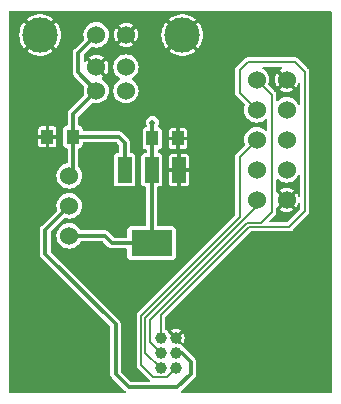
<source format=gtl>
%TF.GenerationSoftware,KiCad,Pcbnew,7.0.8*%
%TF.CreationDate,2023-12-28T22:14:51-05:00*%
%TF.ProjectId,petit-jtag,70657469-742d-46a7-9461-672e6b696361,1.0*%
%TF.SameCoordinates,PX8aadb58PY71d9820*%
%TF.FileFunction,Copper,L1,Top*%
%TF.FilePolarity,Positive*%
%FSLAX46Y46*%
G04 Gerber Fmt 4.6, Leading zero omitted, Abs format (unit mm)*
G04 Created by KiCad (PCBNEW 7.0.8) date 2023-12-28 22:14:51*
%MOMM*%
%LPD*%
G01*
G04 APERTURE LIST*
%TA.AperFunction,ComponentPad*%
%ADD10C,1.000000*%
%TD*%
%TA.AperFunction,ComponentPad*%
%ADD11C,1.524000*%
%TD*%
%TA.AperFunction,ComponentPad*%
%ADD12C,3.000000*%
%TD*%
%TA.AperFunction,SMDPad,CuDef*%
%ADD13R,1.016000X1.270000*%
%TD*%
%TA.AperFunction,SMDPad,CuDef*%
%ADD14R,1.200000X2.200000*%
%TD*%
%TA.AperFunction,SMDPad,CuDef*%
%ADD15R,3.500000X2.200000*%
%TD*%
%TA.AperFunction,ViaPad*%
%ADD16C,0.508000*%
%TD*%
%TA.AperFunction,Conductor*%
%ADD17C,0.304800*%
%TD*%
%TA.AperFunction,Conductor*%
%ADD18C,0.177800*%
%TD*%
G04 APERTURE END LIST*
D10*
%TO.P,CON101,1,TDO*%
%TO.N,/TDO*%
X13462000Y5334000D03*
%TO.P,CON101,2,GND*%
%TO.N,GND*%
X14732000Y5334000D03*
%TO.P,CON101,3,TCK*%
%TO.N,/TCK*%
X13462000Y4064000D03*
%TO.P,CON101,4,Vcc*%
%TO.N,VCC*%
X14732000Y4064000D03*
%TO.P,CON101,5,TDI*%
%TO.N,/TDI*%
X13462000Y2794000D03*
%TO.P,CON101,6,TMS*%
%TO.N,/TMS*%
X14732000Y2794000D03*
%TD*%
D11*
%TO.P,CON102,1,+5V*%
%TO.N,+5V*%
X8021000Y26270000D03*
%TO.P,CON102,2,D-*%
%TO.N,unconnected-(CON102-D--Pad2)*%
X10521000Y26270000D03*
%TO.P,CON102,3,D+*%
%TO.N,unconnected-(CON102-D+-Pad3)*%
X10521000Y28270000D03*
%TO.P,CON102,4,GND*%
%TO.N,GND*%
X8021000Y28270000D03*
D12*
%TO.P,CON102,5,CASE*%
X3251000Y30980000D03*
X15291000Y30980000D03*
%TD*%
D11*
%TO.P,CON104,1,1*%
%TO.N,+3V3*%
X5715000Y13970000D03*
%TO.P,CON104,2,2*%
%TO.N,VCC*%
X5715000Y16510000D03*
%TO.P,CON104,3,3*%
%TO.N,+5V*%
X5715000Y19050000D03*
%TD*%
D13*
%TO.P,C102,1*%
%TO.N,+3V3*%
X12763500Y22225000D03*
%TO.P,C102,2*%
%TO.N,GND*%
X14922500Y22225000D03*
%TD*%
D14*
%TO.P,U101,1,GND*%
%TO.N,GND*%
X15000000Y19558000D03*
D15*
%TO.P,U101,2,Vout*%
%TO.N,+3V3*%
X12700000Y13358000D03*
D14*
X12700000Y19558000D03*
%TO.P,U101,3,Vin*%
%TO.N,+5V*%
X10400000Y19558000D03*
%TD*%
D13*
%TO.P,C101,1*%
%TO.N,+5V*%
X6032500Y22352000D03*
%TO.P,C101,2*%
%TO.N,GND*%
X3873500Y22352000D03*
%TD*%
D11*
%TO.P,CON103,1,TCK*%
%TO.N,/TCK*%
X21590000Y27178000D03*
%TO.P,CON103,2,GND*%
%TO.N,GND*%
X24130000Y27178000D03*
%TO.P,CON103,3,TDO*%
%TO.N,/TDO*%
X21590000Y24638000D03*
%TO.P,CON103,4,Vcc*%
%TO.N,+3V3*%
X24130000Y24638000D03*
%TO.P,CON103,5,TMS*%
%TO.N,/TMS*%
X21590000Y22098000D03*
%TO.P,CON103,6,NC*%
%TO.N,unconnected-(CON103-NC-Pad6)*%
X24130000Y22098000D03*
%TO.P,CON103,7,NC*%
%TO.N,unconnected-(CON103-NC-Pad7)*%
X21590000Y19558000D03*
%TO.P,CON103,8,NC*%
%TO.N,unconnected-(CON103-NC-Pad8)*%
X24130000Y19558000D03*
%TO.P,CON103,9,TDI*%
%TO.N,/TDI*%
X21590000Y17018000D03*
%TO.P,CON103,10,GND*%
%TO.N,GND*%
X24130000Y17018000D03*
%TD*%
%TO.P,CON105,1,1*%
%TO.N,+5V*%
X8001000Y30988000D03*
%TO.P,CON105,2,2*%
%TO.N,GND*%
X10541000Y30988000D03*
%TD*%
D16*
%TO.N,GND*%
X8509000Y1981200D03*
X10795000Y3454400D03*
X16408400Y19583400D03*
%TO.N,+3V3*%
X12763500Y23558500D03*
%TD*%
D17*
%TO.N,+5V*%
X8021000Y26270000D02*
X6477000Y27814000D01*
X6477000Y27814000D02*
X6477000Y29464000D01*
X6032500Y22352000D02*
X9906000Y22352000D01*
X6477000Y29464000D02*
X8001000Y30988000D01*
X8021000Y26270000D02*
X6032500Y24281500D01*
X9906000Y22352000D02*
X10400000Y21858000D01*
X6032500Y19367500D02*
X5715000Y19050000D01*
X6032500Y22352000D02*
X6032500Y19367500D01*
X6032500Y24281500D02*
X6032500Y22352000D01*
X10400000Y21858000D02*
X10400000Y19558000D01*
%TO.N,GND*%
X16408400Y19558000D02*
X16433800Y19532600D01*
%TO.N,+3V3*%
X12700000Y13358000D02*
X9375000Y13358000D01*
X12763500Y23558500D02*
X12763500Y22225000D01*
X12763500Y22225000D02*
X12763500Y19621500D01*
X9375000Y13358000D02*
X8763000Y13970000D01*
X12700000Y19558000D02*
X12700000Y13358000D01*
X8763000Y13970000D02*
X5715000Y13970000D01*
X12763500Y19621500D02*
X12700000Y19558000D01*
D18*
%TO.N,/TDO*%
X13462000Y7289800D02*
X20904200Y14732000D01*
X20904200Y14732000D02*
X24333200Y14732000D01*
X21590000Y24638000D02*
X20142200Y26085800D01*
X13462000Y7289800D02*
X13462000Y5334000D01*
X20828000Y28676600D02*
X24815800Y28676600D01*
X25654000Y27838400D02*
X25654000Y16052800D01*
X24333200Y14732000D02*
X25654000Y16052800D01*
X24815800Y28676600D02*
X25654000Y27838400D01*
X20142200Y26085800D02*
X20142200Y27990800D01*
X20142200Y27990800D02*
X20828000Y28676600D01*
%TO.N,/TCK*%
X22860000Y25908000D02*
X21590000Y27178000D01*
X12522200Y6858000D02*
X20751800Y15087600D01*
X20751800Y15087600D02*
X21945600Y15087600D01*
X22860000Y16002000D02*
X22860000Y25908000D01*
X13462000Y4064000D02*
X12522200Y5003800D01*
X21945600Y15087600D02*
X22860000Y16002000D01*
X12522200Y5003800D02*
X12522200Y6858000D01*
D17*
%TO.N,VCC*%
X3683000Y12446000D02*
X3683000Y14478000D01*
X15240000Y4064000D02*
X16002000Y3302000D01*
X9652000Y6477000D02*
X3683000Y12446000D01*
X14884400Y1143000D02*
X10795000Y1143000D01*
X3683000Y14478000D02*
X5715000Y16510000D01*
X16002000Y3302000D02*
X16002000Y2260600D01*
X16002000Y2260600D02*
X14884400Y1143000D01*
X10795000Y1143000D02*
X9652000Y2286000D01*
X14732000Y4064000D02*
X15240000Y4064000D01*
X9652000Y2286000D02*
X9652000Y6477000D01*
D18*
%TO.N,/TDI*%
X12166600Y7035800D02*
X12166600Y4089400D01*
X21590000Y17018000D02*
X21590000Y16459200D01*
X12166600Y4089400D02*
X13462000Y2794000D01*
X21590000Y16459200D02*
X12166600Y7035800D01*
%TO.N,/TMS*%
X20167600Y15544800D02*
X11811000Y7188200D01*
X11811000Y3073400D02*
X12852011Y2032389D01*
X11811000Y7188200D02*
X11811000Y3073400D01*
X21590000Y22098000D02*
X20167600Y20675600D01*
X12852011Y2032389D02*
X13970389Y2032389D01*
X20167600Y20675600D02*
X20167600Y15544800D01*
X13970389Y2032389D02*
X14732000Y2794000D01*
%TD*%
%TA.AperFunction,Conductor*%
%TO.N,GND*%
G36*
X27908101Y32998935D02*
G01*
X27938165Y32946864D01*
X27939500Y32931600D01*
X27939500Y723400D01*
X27918935Y666899D01*
X27866864Y636835D01*
X27851600Y635500D01*
X15236395Y635500D01*
X15179894Y656065D01*
X15149830Y708136D01*
X15160271Y767350D01*
X15174236Y785552D01*
X15201994Y813309D01*
X15246286Y854405D01*
X15246287Y854406D01*
X15250395Y859557D01*
X15250589Y859403D01*
X15258830Y870146D01*
X16305720Y1917037D01*
X16309394Y1920319D01*
X16341308Y1945768D01*
X16375354Y1995706D01*
X16411230Y2044315D01*
X16414309Y2050140D01*
X16414529Y2050024D01*
X16416397Y2053726D01*
X16416172Y2053834D01*
X16419024Y2059759D01*
X16419031Y2059768D01*
X16436843Y2117515D01*
X16456800Y2174547D01*
X16456800Y2174552D01*
X16458026Y2181024D01*
X16458271Y2180978D01*
X16458965Y2185059D01*
X16458718Y2185096D01*
X16459700Y2191611D01*
X16459700Y2252052D01*
X16461959Y2312425D01*
X16461958Y2312430D01*
X16461222Y2318970D01*
X16461467Y2318998D01*
X16459700Y2332429D01*
X16459700Y3273824D01*
X16459977Y3278749D01*
X16464547Y3319307D01*
X16453311Y3378687D01*
X16444306Y3438433D01*
X16444305Y3438436D01*
X16442364Y3444729D01*
X16442601Y3444803D01*
X16441305Y3448740D01*
X16441070Y3448657D01*
X16438896Y3454868D01*
X16438895Y3454876D01*
X16410662Y3508295D01*
X16384441Y3562744D01*
X16384440Y3562745D01*
X16384440Y3562746D01*
X16380730Y3568188D01*
X16380933Y3568328D01*
X16378534Y3571710D01*
X16378335Y3571562D01*
X16374422Y3576864D01*
X16331704Y3619581D01*
X16290595Y3663886D01*
X16290592Y3663888D01*
X16285445Y3667993D01*
X16285599Y3668187D01*
X16274851Y3676434D01*
X15583564Y4367721D01*
X15580281Y4371395D01*
X15554832Y4403308D01*
X15548365Y4407717D01*
X15504894Y4437355D01*
X15456283Y4473232D01*
X15450461Y4476309D01*
X15450575Y4476526D01*
X15446865Y4478400D01*
X15446758Y4478177D01*
X15435262Y4483714D01*
X15398978Y4516142D01*
X15365595Y4569271D01*
X15365594Y4569272D01*
X15365593Y4569274D01*
X15237274Y4697593D01*
X15083618Y4794142D01*
X15083617Y4794143D01*
X15083616Y4794143D01*
X15083614Y4794144D01*
X15060582Y4802203D01*
X15027459Y4823015D01*
X14829326Y5021148D01*
X14844871Y5023888D01*
X14944129Y5081195D01*
X15017801Y5168993D01*
X15043079Y5238448D01*
X15362036Y4919491D01*
X15415629Y5004784D01*
X15415630Y5004786D01*
X15471746Y5165157D01*
X15471748Y5165163D01*
X15490771Y5333998D01*
X15490771Y5334003D01*
X15471748Y5502838D01*
X15471746Y5502844D01*
X15415630Y5663215D01*
X15415627Y5663221D01*
X15362036Y5748512D01*
X15043079Y5429555D01*
X15017801Y5499007D01*
X14944129Y5586805D01*
X14844871Y5644112D01*
X14829324Y5646854D01*
X15146509Y5964038D01*
X15061220Y6017628D01*
X15061214Y6017631D01*
X14900843Y6073747D01*
X14900837Y6073749D01*
X14732002Y6092771D01*
X14731998Y6092771D01*
X14563162Y6073749D01*
X14563156Y6073747D01*
X14402784Y6017631D01*
X14317489Y5964038D01*
X14634674Y5646853D01*
X14619129Y5644112D01*
X14519871Y5586805D01*
X14446199Y5499007D01*
X14420920Y5429554D01*
X14221014Y5629460D01*
X14200203Y5662581D01*
X14192142Y5685618D01*
X14095593Y5839274D01*
X13967274Y5967593D01*
X13967271Y5967595D01*
X13967270Y5967596D01*
X13897334Y6011540D01*
X13860435Y6059013D01*
X13856200Y6085967D01*
X13856200Y7090107D01*
X13876765Y7146608D01*
X13881945Y7152262D01*
X21041738Y14312055D01*
X21096232Y14337466D01*
X21103893Y14337800D01*
X24395634Y14337800D01*
X24395635Y14337800D01*
X24418929Y14345370D01*
X24432338Y14348589D01*
X24456533Y14352420D01*
X24478359Y14363542D01*
X24491097Y14368818D01*
X24514394Y14376387D01*
X24534215Y14390789D01*
X24545961Y14397987D01*
X24567793Y14409110D01*
X24656090Y14497407D01*
X25285217Y15126534D01*
X25954680Y15795996D01*
X25965785Y15807103D01*
X25976890Y15818207D01*
X25988011Y15840033D01*
X25995219Y15851795D01*
X26009613Y15871606D01*
X26017185Y15894913D01*
X26022454Y15907634D01*
X26033580Y15929467D01*
X26037412Y15953672D01*
X26040626Y15967059D01*
X26048200Y15990364D01*
X26048200Y16115235D01*
X26048200Y27869426D01*
X26048200Y27900835D01*
X26040630Y27924133D01*
X26037411Y27937543D01*
X26033580Y27961732D01*
X26033580Y27961733D01*
X26022457Y27983563D01*
X26017180Y27996304D01*
X26016938Y27997048D01*
X26009613Y28019594D01*
X25995214Y28039413D01*
X25988012Y28051166D01*
X25985141Y28056799D01*
X25976890Y28072993D01*
X25888593Y28161290D01*
X25564355Y28485528D01*
X25072604Y28977280D01*
X25050392Y28999491D01*
X25040346Y29004610D01*
X25028565Y29010613D01*
X25016814Y29017814D01*
X24996994Y29032213D01*
X24996991Y29032214D01*
X24973693Y29039785D01*
X24960958Y29045060D01*
X24939134Y29056180D01*
X24935507Y29056755D01*
X24914926Y29060015D01*
X24901535Y29063230D01*
X24878235Y29070800D01*
X24846826Y29070800D01*
X20890436Y29070800D01*
X20765565Y29070800D01*
X20765561Y29070800D01*
X20742264Y29063231D01*
X20728860Y29060013D01*
X20704666Y29056181D01*
X20704665Y29056180D01*
X20682838Y29045059D01*
X20670100Y29039783D01*
X20646806Y29032214D01*
X20626986Y29017815D01*
X20615234Y29010613D01*
X20593406Y28999490D01*
X19819310Y28225394D01*
X19808187Y28203566D01*
X19800985Y28191814D01*
X19786586Y28171994D01*
X19779017Y28148700D01*
X19773741Y28135962D01*
X19762620Y28114135D01*
X19762619Y28114134D01*
X19758787Y28089940D01*
X19755569Y28076536D01*
X19748000Y28053239D01*
X19748000Y28053235D01*
X19748000Y28021826D01*
X19748000Y26148235D01*
X19748000Y26023365D01*
X19755570Y26000065D01*
X19758785Y25986674D01*
X19761358Y25970436D01*
X19762620Y25962466D01*
X19773740Y25940642D01*
X19779015Y25927907D01*
X19784544Y25910894D01*
X19786587Y25904607D01*
X19786587Y25904605D01*
X19800986Y25884786D01*
X19808187Y25873035D01*
X19819309Y25851209D01*
X19819309Y25851208D01*
X19841520Y25828996D01*
X20567255Y25103262D01*
X20592666Y25048768D01*
X20589215Y25015591D01*
X20538144Y24847234D01*
X20538143Y24847229D01*
X20538143Y24847227D01*
X20517536Y24638000D01*
X20532157Y24489546D01*
X20538144Y24428767D01*
X20599170Y24227591D01*
X20599170Y24227590D01*
X20599171Y24227587D01*
X20599172Y24227586D01*
X20698279Y24042171D01*
X20831653Y23879653D01*
X20994171Y23746279D01*
X21179586Y23647172D01*
X21380773Y23586143D01*
X21590000Y23565536D01*
X21799227Y23586143D01*
X22000414Y23647172D01*
X22185829Y23746279D01*
X22322138Y23858145D01*
X22378859Y23878091D01*
X22435132Y23856911D01*
X22464626Y23804514D01*
X22465800Y23790196D01*
X22465800Y22945805D01*
X22445235Y22889304D01*
X22393164Y22859240D01*
X22333950Y22869681D01*
X22322137Y22877857D01*
X22185829Y22989721D01*
X22100136Y23035525D01*
X22000414Y23088828D01*
X22000413Y23088829D01*
X22000410Y23088830D01*
X21799233Y23149856D01*
X21799228Y23149857D01*
X21799227Y23149857D01*
X21590000Y23170464D01*
X21380773Y23149857D01*
X21380771Y23149857D01*
X21380766Y23149856D01*
X21179590Y23088830D01*
X21179589Y23088830D01*
X20994170Y22989721D01*
X20831655Y22856349D01*
X20831651Y22856345D01*
X20698279Y22693830D01*
X20599170Y22508411D01*
X20599170Y22508410D01*
X20538144Y22307234D01*
X20538143Y22307229D01*
X20538143Y22307227D01*
X20517536Y22098000D01*
X20537730Y21892965D01*
X20538144Y21888767D01*
X20589214Y21720410D01*
X20585936Y21660372D01*
X20567254Y21632739D01*
X19933007Y20998490D01*
X19844710Y20910194D01*
X19833587Y20888366D01*
X19826385Y20876614D01*
X19811986Y20856794D01*
X19804417Y20833500D01*
X19799141Y20820762D01*
X19788020Y20798935D01*
X19788019Y20798934D01*
X19784187Y20774740D01*
X19780969Y20761336D01*
X19773400Y20738039D01*
X19773400Y15744493D01*
X19752835Y15687992D01*
X19747655Y15682338D01*
X11488110Y7422794D01*
X11476987Y7400966D01*
X11469785Y7389214D01*
X11455386Y7369394D01*
X11447817Y7346100D01*
X11442541Y7333362D01*
X11431420Y7311535D01*
X11431419Y7311534D01*
X11427587Y7287340D01*
X11424369Y7273936D01*
X11416800Y7250639D01*
X11416800Y7250635D01*
X11416800Y7219226D01*
X11416800Y3135835D01*
X11416800Y3010965D01*
X11424370Y2987665D01*
X11427585Y2974274D01*
X11427942Y2972025D01*
X11431420Y2950066D01*
X11442540Y2928242D01*
X11447815Y2915507D01*
X11449228Y2911161D01*
X11455387Y2892207D01*
X11455387Y2892205D01*
X11469786Y2872386D01*
X11476987Y2860635D01*
X11488109Y2838809D01*
X11488109Y2838808D01*
X11510320Y2816596D01*
X12529120Y1797796D01*
X12576162Y1750755D01*
X12601573Y1696262D01*
X12586012Y1638183D01*
X12536759Y1603695D01*
X12514008Y1600700D01*
X11020996Y1600700D01*
X10964495Y1621265D01*
X10958841Y1626445D01*
X10135445Y2449841D01*
X10110034Y2504335D01*
X10109700Y2511996D01*
X10109700Y6448824D01*
X10109977Y6453749D01*
X10114547Y6494307D01*
X10103311Y6553687D01*
X10094306Y6613433D01*
X10094305Y6613436D01*
X10092364Y6619729D01*
X10092601Y6619803D01*
X10091305Y6623740D01*
X10091070Y6623657D01*
X10088896Y6629868D01*
X10088895Y6629876D01*
X10060662Y6683295D01*
X10034441Y6737744D01*
X10034440Y6737745D01*
X10034440Y6737746D01*
X10030730Y6743188D01*
X10030933Y6743328D01*
X10028534Y6746710D01*
X10028335Y6746562D01*
X10024422Y6751864D01*
X9981704Y6794581D01*
X9940595Y6838886D01*
X9940592Y6838888D01*
X9935445Y6842993D01*
X9935599Y6843187D01*
X9924851Y6851434D01*
X4166445Y12609840D01*
X4141034Y12664334D01*
X4140700Y12671995D01*
X4140700Y13970000D01*
X4642536Y13970000D01*
X4663144Y13760767D01*
X4724170Y13559591D01*
X4724170Y13559590D01*
X4724171Y13559587D01*
X4724172Y13559586D01*
X4823279Y13374171D01*
X4956653Y13211653D01*
X5119171Y13078279D01*
X5304586Y12979172D01*
X5304588Y12979172D01*
X5304589Y12979171D01*
X5489230Y12923161D01*
X5505773Y12918143D01*
X5715000Y12897536D01*
X5924227Y12918143D01*
X6125414Y12979172D01*
X6310829Y13078279D01*
X6473347Y13211653D01*
X6606721Y13374171D01*
X6655717Y13465837D01*
X6700488Y13505971D01*
X6733238Y13512300D01*
X8537004Y13512300D01*
X8593505Y13491735D01*
X8599159Y13486555D01*
X9031435Y13054280D01*
X9034719Y13050605D01*
X9060168Y13018692D01*
X9110105Y12984646D01*
X9158715Y12948770D01*
X9158720Y12948769D01*
X9164543Y12945690D01*
X9164426Y12945470D01*
X9168124Y12943604D01*
X9168233Y12943828D01*
X9174163Y12940973D01*
X9174168Y12940969D01*
X9231900Y12923161D01*
X9288947Y12903199D01*
X9288948Y12903199D01*
X9295425Y12901973D01*
X9295378Y12901728D01*
X9299458Y12901035D01*
X9299496Y12901282D01*
X9306011Y12900300D01*
X9366425Y12900300D01*
X9426825Y12898040D01*
X9426828Y12898042D01*
X9426830Y12898041D01*
X9433372Y12898777D01*
X9433399Y12898532D01*
X9446833Y12900300D01*
X10556801Y12900300D01*
X10613302Y12879735D01*
X10643366Y12827664D01*
X10644701Y12812400D01*
X10644701Y12212422D01*
X10647662Y12186891D01*
X10647662Y12186890D01*
X10647663Y12186888D01*
X10693042Y12084114D01*
X10693766Y12082475D01*
X10774475Y12001766D01*
X10878891Y11955662D01*
X10904421Y11952700D01*
X14495578Y11952701D01*
X14521109Y11955662D01*
X14625525Y12001766D01*
X14706234Y12082475D01*
X14752338Y12186891D01*
X14755300Y12212421D01*
X14755299Y14503578D01*
X14752338Y14529109D01*
X14706234Y14633525D01*
X14625525Y14714234D01*
X14593562Y14728347D01*
X14521110Y14760338D01*
X14521107Y14760339D01*
X14495590Y14763299D01*
X14495585Y14763300D01*
X14495579Y14763300D01*
X14495572Y14763300D01*
X13245600Y14763300D01*
X13189099Y14783865D01*
X13159035Y14835936D01*
X13157700Y14851200D01*
X13157700Y18064801D01*
X13178265Y18121302D01*
X13230336Y18151366D01*
X13245600Y18152701D01*
X13345575Y18152701D01*
X13345578Y18152701D01*
X13371109Y18155662D01*
X13475525Y18201766D01*
X13556234Y18282475D01*
X13602338Y18386891D01*
X13605300Y18412421D01*
X13605300Y18432982D01*
X14146001Y18432982D01*
X14160737Y18358894D01*
X14216875Y18274878D01*
X14216877Y18274876D01*
X14300894Y18218738D01*
X14374981Y18204001D01*
X14847600Y18204001D01*
X14847600Y18204002D01*
X15152400Y18204002D01*
X15152401Y18204001D01*
X15625018Y18204001D01*
X15699106Y18218738D01*
X15783122Y18274876D01*
X15783124Y18274878D01*
X15839262Y18358895D01*
X15854000Y18432985D01*
X15854000Y19405599D01*
X15853999Y19405600D01*
X15152401Y19405600D01*
X15152400Y19405599D01*
X15152400Y18204002D01*
X14847600Y18204002D01*
X14847600Y19405599D01*
X14847599Y19405600D01*
X14146002Y19405600D01*
X14146001Y19405599D01*
X14146001Y18432982D01*
X13605300Y18432982D01*
X13605299Y19710401D01*
X14146000Y19710401D01*
X14146001Y19710400D01*
X14847599Y19710400D01*
X14847600Y19710401D01*
X15152400Y19710401D01*
X15152401Y19710400D01*
X15853998Y19710400D01*
X15853999Y19710401D01*
X15853999Y20683019D01*
X15839262Y20757107D01*
X15783124Y20841123D01*
X15783122Y20841125D01*
X15699105Y20897263D01*
X15625015Y20912000D01*
X15152401Y20912000D01*
X15152400Y20911999D01*
X15152400Y19710401D01*
X14847600Y19710401D01*
X14847600Y20911999D01*
X14847599Y20912000D01*
X14374981Y20912000D01*
X14300893Y20897263D01*
X14216877Y20841125D01*
X14216875Y20841123D01*
X14160737Y20757106D01*
X14146000Y20683016D01*
X14146000Y19710401D01*
X13605299Y19710401D01*
X13605299Y20703578D01*
X13602338Y20729109D01*
X13556234Y20833525D01*
X13475525Y20914234D01*
X13475523Y20914235D01*
X13371110Y20960338D01*
X13371107Y20960339D01*
X13345590Y20963299D01*
X13345585Y20963300D01*
X13345579Y20963300D01*
X13345572Y20963300D01*
X13309100Y20963300D01*
X13252599Y20983865D01*
X13222535Y21035936D01*
X13221200Y21051200D01*
X13221200Y21196801D01*
X13241765Y21253302D01*
X13293836Y21283366D01*
X13309100Y21284701D01*
X13317075Y21284701D01*
X13317078Y21284701D01*
X13342609Y21287662D01*
X13447025Y21333766D01*
X13527734Y21414475D01*
X13573838Y21518891D01*
X13576800Y21544421D01*
X13576800Y21564982D01*
X14160501Y21564982D01*
X14175237Y21490894D01*
X14231375Y21406878D01*
X14231377Y21406876D01*
X14315394Y21350738D01*
X14389481Y21336001D01*
X14770100Y21336001D01*
X14770100Y21336002D01*
X15074900Y21336002D01*
X15074901Y21336001D01*
X15455518Y21336001D01*
X15529606Y21350738D01*
X15613622Y21406876D01*
X15613624Y21406878D01*
X15669762Y21490895D01*
X15684500Y21564985D01*
X15684500Y22072599D01*
X15684499Y22072600D01*
X15074901Y22072600D01*
X15074900Y22072599D01*
X15074900Y21336002D01*
X14770100Y21336002D01*
X14770100Y22072599D01*
X14770099Y22072600D01*
X14160502Y22072600D01*
X14160501Y22072599D01*
X14160501Y21564982D01*
X13576800Y21564982D01*
X13576799Y22377401D01*
X14160500Y22377401D01*
X14160501Y22377400D01*
X14770099Y22377400D01*
X14770100Y22377401D01*
X15074900Y22377401D01*
X15074901Y22377400D01*
X15684498Y22377400D01*
X15684499Y22377401D01*
X15684499Y22885019D01*
X15669762Y22959107D01*
X15613624Y23043123D01*
X15613622Y23043125D01*
X15529605Y23099263D01*
X15455515Y23114000D01*
X15074901Y23114000D01*
X15074900Y23113999D01*
X15074900Y22377401D01*
X14770100Y22377401D01*
X14770100Y23113999D01*
X14770099Y23114000D01*
X14389481Y23114000D01*
X14315393Y23099263D01*
X14231377Y23043125D01*
X14231375Y23043123D01*
X14175237Y22959106D01*
X14160500Y22885016D01*
X14160500Y22377401D01*
X13576799Y22377401D01*
X13576799Y22905578D01*
X13573838Y22931109D01*
X13527734Y23035525D01*
X13447025Y23116234D01*
X13342609Y23162338D01*
X13340997Y23162525D01*
X13326725Y23164181D01*
X13272971Y23191121D01*
X13249110Y23246311D01*
X13255646Y23285129D01*
X13308404Y23412493D01*
X13327626Y23558500D01*
X13308404Y23704507D01*
X13252047Y23840563D01*
X13252045Y23840566D01*
X13252042Y23840571D01*
X13162402Y23957391D01*
X13162400Y23957393D01*
X13162397Y23957397D01*
X13162392Y23957401D01*
X13162390Y23957403D01*
X13045570Y24047043D01*
X13045563Y24047047D01*
X12909507Y24103404D01*
X12763500Y24122626D01*
X12617492Y24103404D01*
X12481436Y24047047D01*
X12481429Y24047043D01*
X12364609Y23957403D01*
X12364597Y23957391D01*
X12274957Y23840571D01*
X12274953Y23840564D01*
X12218596Y23704508D01*
X12199374Y23558501D01*
X12199374Y23558500D01*
X12218596Y23412493D01*
X12271351Y23285133D01*
X12273974Y23225063D01*
X12237371Y23177361D01*
X12200271Y23164181D01*
X12184398Y23162340D01*
X12184387Y23162337D01*
X12079976Y23116235D01*
X11999265Y23035524D01*
X11953162Y22931111D01*
X11953161Y22931108D01*
X11950201Y22905591D01*
X11950200Y22905572D01*
X11950200Y21544426D01*
X11951424Y21533878D01*
X11953162Y21518891D01*
X11953162Y21518890D01*
X11953163Y21518888D01*
X11999183Y21414663D01*
X11999266Y21414475D01*
X12079975Y21333766D01*
X12184391Y21287662D01*
X12209921Y21284700D01*
X12217894Y21284701D01*
X12274395Y21264142D01*
X12304463Y21212073D01*
X12305800Y21196801D01*
X12305800Y21051200D01*
X12285235Y20994699D01*
X12233164Y20964635D01*
X12217901Y20963300D01*
X12054424Y20963300D01*
X12028892Y20960339D01*
X12028887Y20960337D01*
X11924476Y20914235D01*
X11843765Y20833524D01*
X11797662Y20729111D01*
X11797661Y20729108D01*
X11794701Y20703591D01*
X11794700Y20703572D01*
X11794700Y18412426D01*
X11794701Y18412421D01*
X11797662Y18386891D01*
X11797662Y18386890D01*
X11797663Y18386888D01*
X11839714Y18291652D01*
X11843766Y18282475D01*
X11924475Y18201766D01*
X12028891Y18155662D01*
X12054421Y18152700D01*
X12154400Y18152701D01*
X12210900Y18132137D01*
X12240964Y18080066D01*
X12242300Y18064801D01*
X12242300Y14851200D01*
X12221735Y14794699D01*
X12169664Y14764635D01*
X12154400Y14763300D01*
X10904425Y14763300D01*
X10882747Y14760786D01*
X10878891Y14760338D01*
X10878890Y14760338D01*
X10878887Y14760337D01*
X10774476Y14714235D01*
X10693765Y14633524D01*
X10647662Y14529111D01*
X10647661Y14529108D01*
X10644701Y14503591D01*
X10644700Y14503572D01*
X10644700Y13903600D01*
X10624135Y13847099D01*
X10572064Y13817035D01*
X10556800Y13815700D01*
X9600995Y13815700D01*
X9544494Y13836265D01*
X9538840Y13841445D01*
X9106564Y14273721D01*
X9103281Y14277395D01*
X9077832Y14309308D01*
X9027894Y14343355D01*
X8979283Y14379232D01*
X8973461Y14382309D01*
X8973575Y14382526D01*
X8969868Y14384398D01*
X8969762Y14384175D01*
X8963830Y14387032D01*
X8906085Y14404844D01*
X8849052Y14424801D01*
X8842583Y14426025D01*
X8842628Y14426266D01*
X8838535Y14426962D01*
X8838499Y14426719D01*
X8831990Y14427700D01*
X8831987Y14427700D01*
X8771563Y14427700D01*
X8711175Y14429960D01*
X8711174Y14429960D01*
X8711168Y14429960D01*
X8704628Y14429223D01*
X8704600Y14429469D01*
X8691167Y14427700D01*
X6733238Y14427700D01*
X6676737Y14448265D01*
X6655717Y14474164D01*
X6649089Y14486564D01*
X6606721Y14565829D01*
X6473347Y14728347D01*
X6310829Y14861721D01*
X6125414Y14960828D01*
X6125413Y14960829D01*
X6125410Y14960830D01*
X5924233Y15021856D01*
X5924228Y15021857D01*
X5924227Y15021857D01*
X5715000Y15042464D01*
X5505773Y15021857D01*
X5505771Y15021857D01*
X5505766Y15021856D01*
X5304590Y14960830D01*
X5304589Y14960830D01*
X5119170Y14861721D01*
X4956655Y14728349D01*
X4956651Y14728345D01*
X4823279Y14565830D01*
X4724170Y14380411D01*
X4724170Y14380410D01*
X4663144Y14179234D01*
X4642536Y13970000D01*
X4140700Y13970000D01*
X4140700Y14252006D01*
X4161265Y14308507D01*
X4166434Y14314150D01*
X5318639Y15466356D01*
X5373132Y15491766D01*
X5406309Y15488315D01*
X5505766Y15458145D01*
X5505773Y15458143D01*
X5715000Y15437536D01*
X5924227Y15458143D01*
X6125414Y15519172D01*
X6310829Y15618279D01*
X6473347Y15751653D01*
X6606721Y15914171D01*
X6705828Y16099586D01*
X6766857Y16300773D01*
X6787464Y16510000D01*
X6766857Y16719227D01*
X6705828Y16920414D01*
X6606721Y17105829D01*
X6473347Y17268347D01*
X6310829Y17401721D01*
X6125414Y17500828D01*
X6125413Y17500829D01*
X6125410Y17500830D01*
X5924233Y17561856D01*
X5924228Y17561857D01*
X5924227Y17561857D01*
X5715000Y17582464D01*
X5505773Y17561857D01*
X5505771Y17561857D01*
X5505766Y17561856D01*
X5304590Y17500830D01*
X5304589Y17500830D01*
X5119170Y17401721D01*
X4956655Y17268349D01*
X4956651Y17268345D01*
X4823279Y17105830D01*
X4724170Y16920411D01*
X4724170Y16920410D01*
X4663144Y16719234D01*
X4663143Y16719229D01*
X4663143Y16719227D01*
X4642536Y16510000D01*
X4660762Y16324944D01*
X4663144Y16300767D01*
X4693314Y16201312D01*
X4690036Y16141275D01*
X4671354Y16113641D01*
X3379279Y14821568D01*
X3375603Y14818282D01*
X3343695Y14792836D01*
X3343689Y14792829D01*
X3309645Y14742895D01*
X3273768Y14694284D01*
X3270692Y14688463D01*
X3270476Y14688578D01*
X3268604Y14684871D01*
X3268825Y14684764D01*
X3265970Y14678836D01*
X3248156Y14621086D01*
X3228199Y14564055D01*
X3226975Y14557583D01*
X3226734Y14557629D01*
X3226039Y14553539D01*
X3226281Y14553502D01*
X3225300Y14546990D01*
X3225300Y14546987D01*
X3225300Y14486564D01*
X3223044Y14426266D01*
X3223040Y14426169D01*
X3223777Y14419628D01*
X3223531Y14419601D01*
X3225300Y14406168D01*
X3225300Y12474177D01*
X3225023Y12469252D01*
X3220453Y12428693D01*
X3231688Y12369314D01*
X3240693Y12309571D01*
X3242636Y12303274D01*
X3242398Y12303201D01*
X3243695Y12299260D01*
X3243929Y12299341D01*
X3246104Y12293125D01*
X3246105Y12293124D01*
X3274339Y12239701D01*
X3300560Y12185253D01*
X3304270Y12179812D01*
X3304067Y12179674D01*
X3306467Y12176292D01*
X3306665Y12176437D01*
X3310573Y12171142D01*
X3310574Y12171141D01*
X3310576Y12171138D01*
X3353308Y12128406D01*
X3394407Y12084112D01*
X3399557Y12080005D01*
X3399401Y12079811D01*
X3410146Y12071568D01*
X9168555Y6313160D01*
X9193966Y6258666D01*
X9194300Y6251005D01*
X9194300Y2314177D01*
X9194023Y2309252D01*
X9189453Y2268693D01*
X9192602Y2252052D01*
X9200688Y2209314D01*
X9209693Y2149571D01*
X9211636Y2143274D01*
X9211398Y2143201D01*
X9212695Y2139260D01*
X9212929Y2139341D01*
X9215104Y2133125D01*
X9215105Y2133124D01*
X9243339Y2079701D01*
X9255796Y2053834D01*
X9269560Y2025253D01*
X9273270Y2019812D01*
X9273067Y2019674D01*
X9275467Y2016292D01*
X9275665Y2016437D01*
X9279573Y2011142D01*
X9279574Y2011141D01*
X9279576Y2011138D01*
X9305446Y1985268D01*
X9322308Y1968406D01*
X9363407Y1924112D01*
X9368557Y1920005D01*
X9368401Y1919811D01*
X9379146Y1911568D01*
X10451435Y839280D01*
X10454722Y835601D01*
X10480168Y803692D01*
X10491411Y796027D01*
X10526510Y747208D01*
X10522018Y687249D01*
X10480035Y644205D01*
X10441896Y635500D01*
X723400Y635500D01*
X666899Y656065D01*
X636835Y708136D01*
X635500Y723400D01*
X635500Y19050000D01*
X4642536Y19050000D01*
X4651505Y18958932D01*
X4663144Y18840767D01*
X4724170Y18639591D01*
X4724170Y18639590D01*
X4724171Y18639587D01*
X4724172Y18639586D01*
X4823279Y18454171D01*
X4956653Y18291653D01*
X5119171Y18158279D01*
X5304586Y18059172D01*
X5304588Y18059172D01*
X5304589Y18059171D01*
X5436033Y18019298D01*
X5505773Y17998143D01*
X5715000Y17977536D01*
X5924227Y17998143D01*
X6125414Y18059172D01*
X6310829Y18158279D01*
X6473347Y18291653D01*
X6606721Y18454171D01*
X6705828Y18639586D01*
X6766857Y18840773D01*
X6787464Y19050000D01*
X6766857Y19259227D01*
X6705828Y19460414D01*
X6606721Y19645829D01*
X6606718Y19645833D01*
X6510152Y19763502D01*
X6490200Y19819264D01*
X6490200Y21323801D01*
X6510765Y21380302D01*
X6562836Y21410366D01*
X6578100Y21411701D01*
X6586075Y21411701D01*
X6586078Y21411701D01*
X6611609Y21414662D01*
X6716025Y21460766D01*
X6796734Y21541475D01*
X6842838Y21645891D01*
X6845800Y21671421D01*
X6845800Y21806400D01*
X6866365Y21862901D01*
X6918436Y21892965D01*
X6933700Y21894300D01*
X9680004Y21894300D01*
X9736505Y21873735D01*
X9742159Y21868555D01*
X9916555Y21694159D01*
X9941966Y21639665D01*
X9942300Y21632004D01*
X9942300Y21051200D01*
X9921735Y20994699D01*
X9869664Y20964635D01*
X9854401Y20963300D01*
X9754424Y20963300D01*
X9728892Y20960339D01*
X9728887Y20960337D01*
X9624476Y20914235D01*
X9543765Y20833524D01*
X9497662Y20729111D01*
X9497661Y20729108D01*
X9494701Y20703591D01*
X9494700Y20703572D01*
X9494700Y18412426D01*
X9494701Y18412421D01*
X9497662Y18386891D01*
X9497662Y18386890D01*
X9497663Y18386888D01*
X9539714Y18291652D01*
X9543766Y18282475D01*
X9624475Y18201766D01*
X9728891Y18155662D01*
X9754421Y18152700D01*
X11045578Y18152701D01*
X11071109Y18155662D01*
X11175525Y18201766D01*
X11256234Y18282475D01*
X11302338Y18386891D01*
X11305300Y18412421D01*
X11305299Y20703578D01*
X11302338Y20729109D01*
X11256234Y20833525D01*
X11175525Y20914234D01*
X11175523Y20914235D01*
X11071110Y20960338D01*
X11071107Y20960339D01*
X11045590Y20963299D01*
X11045585Y20963300D01*
X11045579Y20963300D01*
X11045572Y20963300D01*
X10945600Y20963300D01*
X10889099Y20983865D01*
X10859035Y21035936D01*
X10857700Y21051200D01*
X10857700Y21829830D01*
X10857977Y21834756D01*
X10862546Y21875307D01*
X10851313Y21934671D01*
X10851313Y21934672D01*
X10842306Y21994433D01*
X10842304Y21994436D01*
X10840364Y22000729D01*
X10840601Y22000803D01*
X10839304Y22004744D01*
X10839069Y22004661D01*
X10836896Y22010870D01*
X10836895Y22010876D01*
X10808660Y22064300D01*
X10782441Y22118744D01*
X10782438Y22118747D01*
X10782438Y22118748D01*
X10778730Y22124188D01*
X10778935Y22124328D01*
X10776533Y22127713D01*
X10776333Y22127565D01*
X10772421Y22132866D01*
X10729692Y22175594D01*
X10688595Y22219886D01*
X10688591Y22219889D01*
X10683447Y22223991D01*
X10683601Y22224185D01*
X10672853Y22232433D01*
X10249563Y22655722D01*
X10246288Y22659387D01*
X10220832Y22691308D01*
X10217134Y22693829D01*
X10170894Y22725355D01*
X10122283Y22761232D01*
X10116461Y22764309D01*
X10116575Y22764526D01*
X10112868Y22766398D01*
X10112762Y22766175D01*
X10106830Y22769032D01*
X10049085Y22786844D01*
X9992052Y22806801D01*
X9985583Y22808025D01*
X9985628Y22808266D01*
X9981535Y22808962D01*
X9981499Y22808719D01*
X9974990Y22809700D01*
X9974987Y22809700D01*
X9914563Y22809700D01*
X9854175Y22811960D01*
X9854174Y22811960D01*
X9854168Y22811960D01*
X9847628Y22811223D01*
X9847600Y22811469D01*
X9834167Y22809700D01*
X6933699Y22809700D01*
X6877198Y22830265D01*
X6847134Y22882336D01*
X6845799Y22897600D01*
X6845799Y23032575D01*
X6845457Y23035525D01*
X6842838Y23058109D01*
X6796734Y23162525D01*
X6716025Y23243234D01*
X6716023Y23243235D01*
X6611610Y23289338D01*
X6611607Y23289339D01*
X6586090Y23292299D01*
X6586085Y23292300D01*
X6586079Y23292300D01*
X6586072Y23292300D01*
X6578100Y23292300D01*
X6521599Y23312865D01*
X6491535Y23364936D01*
X6490200Y23380200D01*
X6490200Y24055506D01*
X6510765Y24112007D01*
X6515934Y24117650D01*
X7624639Y25226356D01*
X7679132Y25251766D01*
X7712309Y25248315D01*
X7811766Y25218145D01*
X7811773Y25218143D01*
X8021000Y25197536D01*
X8230227Y25218143D01*
X8431414Y25279172D01*
X8616829Y25378279D01*
X8779347Y25511653D01*
X8912721Y25674171D01*
X9011828Y25859586D01*
X9072857Y26060773D01*
X9093464Y26270000D01*
X9448536Y26270000D01*
X9466344Y26089190D01*
X9469144Y26060767D01*
X9530170Y25859591D01*
X9530170Y25859590D01*
X9530171Y25859587D01*
X9530172Y25859586D01*
X9629279Y25674171D01*
X9762653Y25511653D01*
X9925171Y25378279D01*
X10110586Y25279172D01*
X10110588Y25279172D01*
X10110589Y25279171D01*
X10260062Y25233829D01*
X10311773Y25218143D01*
X10521000Y25197536D01*
X10730227Y25218143D01*
X10931414Y25279172D01*
X11116829Y25378279D01*
X11279347Y25511653D01*
X11412721Y25674171D01*
X11511828Y25859586D01*
X11572857Y26060773D01*
X11593464Y26270000D01*
X11572857Y26479227D01*
X11511828Y26680414D01*
X11412721Y26865829D01*
X11279347Y27028347D01*
X11116829Y27161721D01*
X11059282Y27192481D01*
X11019149Y27237250D01*
X11017182Y27297345D01*
X11054303Y27344645D01*
X11059269Y27347513D01*
X11116829Y27378279D01*
X11279347Y27511653D01*
X11412721Y27674171D01*
X11511828Y27859586D01*
X11572857Y28060773D01*
X11593464Y28270000D01*
X11572857Y28479227D01*
X11511828Y28680414D01*
X11412721Y28865829D01*
X11279347Y29028347D01*
X11116829Y29161721D01*
X10931414Y29260828D01*
X10931413Y29260829D01*
X10931410Y29260830D01*
X10730233Y29321856D01*
X10730228Y29321857D01*
X10730227Y29321857D01*
X10521000Y29342464D01*
X10311773Y29321857D01*
X10311771Y29321857D01*
X10311766Y29321856D01*
X10110590Y29260830D01*
X10110589Y29260830D01*
X9925170Y29161721D01*
X9762655Y29028349D01*
X9762651Y29028345D01*
X9629279Y28865830D01*
X9530170Y28680411D01*
X9530170Y28680410D01*
X9469144Y28479234D01*
X9469143Y28479229D01*
X9469143Y28479227D01*
X9448536Y28270000D01*
X9468153Y28070823D01*
X9469144Y28060767D01*
X9530170Y27859591D01*
X9530170Y27859590D01*
X9530171Y27859587D01*
X9530172Y27859586D01*
X9629279Y27674171D01*
X9762653Y27511653D01*
X9925171Y27378279D01*
X9982715Y27347521D01*
X10022850Y27302749D01*
X10024817Y27242654D01*
X9987696Y27195355D01*
X9982715Y27192479D01*
X9925170Y27161721D01*
X9762655Y27028349D01*
X9762651Y27028345D01*
X9629279Y26865830D01*
X9530170Y26680411D01*
X9530170Y26680410D01*
X9469144Y26479234D01*
X9469143Y26479229D01*
X9469143Y26479227D01*
X9448536Y26270000D01*
X9093464Y26270000D01*
X9072857Y26479227D01*
X9011828Y26680414D01*
X8912721Y26865829D01*
X8779347Y27028347D01*
X8616829Y27161721D01*
X8504870Y27221565D01*
X8464737Y27266334D01*
X8462770Y27326429D01*
X8499891Y27373729D01*
X8504872Y27376605D01*
X8588194Y27421142D01*
X8624519Y27450954D01*
X8624519Y27450955D01*
X8256426Y27819048D01*
X8298470Y27838248D01*
X8408869Y27933910D01*
X8472932Y28033595D01*
X8840046Y27666481D01*
X8869858Y27702806D01*
X8964203Y27879314D01*
X9022297Y28070823D01*
X9041915Y28270000D01*
X9022297Y28469178D01*
X8964203Y28660687D01*
X8869860Y28837192D01*
X8840046Y28873521D01*
X8472931Y28506407D01*
X8408869Y28606090D01*
X8298470Y28701752D01*
X8256424Y28720954D01*
X8624519Y29089048D01*
X8588191Y29118861D01*
X8411686Y29213204D01*
X8220177Y29271298D01*
X8021000Y29290916D01*
X7821822Y29271298D01*
X7630313Y29213204D01*
X7630309Y29213203D01*
X7453813Y29118865D01*
X7417479Y29089048D01*
X7785574Y28720953D01*
X7743530Y28701752D01*
X7633131Y28606090D01*
X7569067Y28506406D01*
X7201952Y28873521D01*
X7172135Y28837187D01*
X7100121Y28702455D01*
X7055350Y28662319D01*
X6995255Y28660351D01*
X6947955Y28697472D01*
X6934700Y28743890D01*
X6934700Y29238005D01*
X6955265Y29294506D01*
X6960434Y29300149D01*
X7604640Y29944356D01*
X7659133Y29969766D01*
X7692306Y29966316D01*
X7791773Y29936143D01*
X8001000Y29915536D01*
X8210227Y29936143D01*
X8411414Y29997172D01*
X8596829Y30096279D01*
X8759347Y30229653D01*
X8892721Y30392171D01*
X8991828Y30577586D01*
X9052857Y30778773D01*
X9073464Y30988000D01*
X9520084Y30988000D01*
X9539702Y30788823D01*
X9597796Y30597314D01*
X9692139Y30420809D01*
X9721952Y30384481D01*
X10089066Y30751596D01*
X10153131Y30651910D01*
X10263530Y30556248D01*
X10305573Y30537048D01*
X9937479Y30168954D01*
X9973808Y30139140D01*
X10150313Y30044797D01*
X10341822Y29986703D01*
X10541000Y29967085D01*
X10740177Y29986703D01*
X10931686Y30044797D01*
X11108194Y30139142D01*
X11144519Y30168954D01*
X10776426Y30537048D01*
X10818470Y30556248D01*
X10928869Y30651910D01*
X10992932Y30751595D01*
X11360046Y30384481D01*
X11389858Y30420806D01*
X11484203Y30597314D01*
X11542297Y30788823D01*
X11561127Y30979998D01*
X13532082Y30979998D01*
X13551727Y30717850D01*
X13551729Y30717842D01*
X13610225Y30461554D01*
X13610227Y30461549D01*
X13706269Y30216835D01*
X13706270Y30216834D01*
X13837716Y29989164D01*
X13947264Y29851794D01*
X14363558Y30268088D01*
X14502782Y30115366D01*
X14582039Y30055514D01*
X14161663Y29635137D01*
X14194327Y29604828D01*
X14194333Y29604823D01*
X14411535Y29456736D01*
X14411545Y29456730D01*
X14648391Y29342671D01*
X14899608Y29265182D01*
X15159553Y29226001D01*
X15159561Y29226000D01*
X15422439Y29226000D01*
X15422446Y29226001D01*
X15682391Y29265182D01*
X15933608Y29342671D01*
X16170454Y29456730D01*
X16170464Y29456736D01*
X16387669Y29604825D01*
X16420335Y29635137D01*
X15999959Y30055513D01*
X16079218Y30115366D01*
X16218441Y30268087D01*
X16634734Y29851794D01*
X16744283Y29989164D01*
X16875729Y30216834D01*
X16875730Y30216835D01*
X16971772Y30461549D01*
X16971774Y30461554D01*
X17030270Y30717842D01*
X17030272Y30717850D01*
X17049918Y30979998D01*
X17049918Y30980003D01*
X17030272Y31242151D01*
X17030270Y31242159D01*
X16971774Y31498447D01*
X16971772Y31498452D01*
X16875730Y31743166D01*
X16875729Y31743167D01*
X16744283Y31970837D01*
X16634733Y32108208D01*
X16218439Y31691915D01*
X16079218Y31844634D01*
X15999958Y31904488D01*
X16420335Y32324865D01*
X16387672Y32355173D01*
X16387666Y32355178D01*
X16170464Y32503265D01*
X16170454Y32503271D01*
X15933608Y32617330D01*
X15682391Y32694819D01*
X15422446Y32734000D01*
X15159553Y32734000D01*
X14899608Y32694819D01*
X14648391Y32617330D01*
X14411545Y32503271D01*
X14411535Y32503265D01*
X14194334Y32355179D01*
X14194328Y32355174D01*
X14161663Y32324865D01*
X14582040Y31904488D01*
X14502782Y31844634D01*
X14363558Y31691914D01*
X13947264Y32108208D01*
X13947263Y32108208D01*
X13837721Y31970844D01*
X13837716Y31970837D01*
X13706270Y31743167D01*
X13706269Y31743166D01*
X13610227Y31498452D01*
X13610225Y31498447D01*
X13551729Y31242159D01*
X13551727Y31242151D01*
X13532082Y30980003D01*
X13532082Y30979998D01*
X11561127Y30979998D01*
X11561915Y30988000D01*
X11542297Y31187178D01*
X11484203Y31378687D01*
X11389860Y31555192D01*
X11360046Y31591521D01*
X10992931Y31224407D01*
X10928869Y31324090D01*
X10818470Y31419752D01*
X10776424Y31438954D01*
X11144519Y31807048D01*
X11108191Y31836861D01*
X10931686Y31931204D01*
X10740177Y31989298D01*
X10541000Y32008916D01*
X10341822Y31989298D01*
X10150313Y31931204D01*
X10150309Y31931203D01*
X9973813Y31836865D01*
X9937479Y31807048D01*
X10305574Y31438953D01*
X10263530Y31419752D01*
X10153131Y31324090D01*
X10089067Y31224406D01*
X9721952Y31591521D01*
X9692135Y31555187D01*
X9597797Y31378691D01*
X9597796Y31378687D01*
X9539702Y31187178D01*
X9520084Y30988000D01*
X9073464Y30988000D01*
X9052857Y31197227D01*
X8991828Y31398414D01*
X8892721Y31583829D01*
X8759347Y31746347D01*
X8596829Y31879721D01*
X8411414Y31978828D01*
X8411413Y31978829D01*
X8411410Y31978830D01*
X8210233Y32039856D01*
X8210228Y32039857D01*
X8210227Y32039857D01*
X8001000Y32060464D01*
X7791773Y32039857D01*
X7791771Y32039857D01*
X7791766Y32039856D01*
X7590590Y31978830D01*
X7590589Y31978830D01*
X7405170Y31879721D01*
X7242655Y31746349D01*
X7242651Y31746345D01*
X7109279Y31583830D01*
X7010170Y31398411D01*
X7010170Y31398410D01*
X6949144Y31197234D01*
X6949143Y31197229D01*
X6949143Y31197227D01*
X6928536Y30988000D01*
X6948153Y30788823D01*
X6949144Y30778767D01*
X6979314Y30679312D01*
X6976036Y30619275D01*
X6957354Y30591641D01*
X6173277Y29807565D01*
X6169599Y29804278D01*
X6137697Y29778838D01*
X6137690Y29778830D01*
X6103645Y29728895D01*
X6067768Y29680284D01*
X6064692Y29674463D01*
X6064476Y29674578D01*
X6062604Y29670871D01*
X6062825Y29670764D01*
X6059970Y29664836D01*
X6042156Y29607086D01*
X6022199Y29550055D01*
X6020975Y29543583D01*
X6020734Y29543629D01*
X6020039Y29539539D01*
X6020281Y29539502D01*
X6019300Y29532990D01*
X6019300Y29472564D01*
X6017040Y29412169D01*
X6017777Y29405628D01*
X6017531Y29405601D01*
X6019300Y29392168D01*
X6019300Y27842177D01*
X6019023Y27837252D01*
X6015375Y27804873D01*
X6014453Y27796693D01*
X6018779Y27773830D01*
X6025688Y27737314D01*
X6034693Y27677571D01*
X6036636Y27671274D01*
X6036398Y27671201D01*
X6037695Y27667260D01*
X6037929Y27667341D01*
X6040104Y27661125D01*
X6051952Y27638707D01*
X6068339Y27607701D01*
X6077629Y27588411D01*
X6094560Y27553253D01*
X6098270Y27547812D01*
X6098067Y27547674D01*
X6100467Y27544292D01*
X6100665Y27544437D01*
X6104573Y27539142D01*
X6104574Y27539141D01*
X6104576Y27539138D01*
X6127642Y27516072D01*
X6147308Y27496406D01*
X6188407Y27452112D01*
X6193557Y27448005D01*
X6193401Y27447811D01*
X6204146Y27439568D01*
X6977354Y26666361D01*
X7002765Y26611867D01*
X6999314Y26578690D01*
X6969145Y26479236D01*
X6969143Y26479229D01*
X6969143Y26479227D01*
X6948536Y26270000D01*
X6966344Y26089190D01*
X6969144Y26060767D01*
X6999314Y25961312D01*
X6996036Y25901275D01*
X6977354Y25873641D01*
X5728781Y24625069D01*
X5725105Y24621783D01*
X5709840Y24609609D01*
X5693192Y24596332D01*
X5693191Y24596331D01*
X5693189Y24596329D01*
X5676562Y24571942D01*
X5659145Y24546395D01*
X5643284Y24524905D01*
X5623268Y24497784D01*
X5620192Y24491963D01*
X5619976Y24492078D01*
X5618104Y24488371D01*
X5618325Y24488264D01*
X5615470Y24482336D01*
X5597656Y24424586D01*
X5577699Y24367555D01*
X5576475Y24361083D01*
X5576234Y24361129D01*
X5575539Y24357039D01*
X5575781Y24357002D01*
X5574800Y24350490D01*
X5574800Y24290064D01*
X5572540Y24229669D01*
X5573277Y24223128D01*
X5573031Y24223101D01*
X5574800Y24209668D01*
X5574800Y23380200D01*
X5554235Y23323699D01*
X5502164Y23293635D01*
X5486908Y23292300D01*
X5478926Y23292300D01*
X5453392Y23289339D01*
X5453387Y23289337D01*
X5348976Y23243235D01*
X5268265Y23162524D01*
X5222162Y23058111D01*
X5222161Y23058108D01*
X5219201Y23032591D01*
X5219200Y23032572D01*
X5219200Y21671426D01*
X5221267Y21653605D01*
X5222162Y21645891D01*
X5222162Y21645890D01*
X5222163Y21645888D01*
X5257885Y21564985D01*
X5268266Y21541475D01*
X5348975Y21460766D01*
X5453391Y21414662D01*
X5478921Y21411700D01*
X5486894Y21411701D01*
X5543395Y21391142D01*
X5573463Y21339073D01*
X5574800Y21323801D01*
X5574800Y20187726D01*
X5554235Y20131225D01*
X5509425Y20104692D01*
X5509905Y20103111D01*
X5304590Y20040830D01*
X5304589Y20040830D01*
X5119170Y19941721D01*
X4956655Y19808349D01*
X4956651Y19808345D01*
X4823279Y19645830D01*
X4724170Y19460411D01*
X4724170Y19460410D01*
X4663144Y19259234D01*
X4663143Y19259229D01*
X4663143Y19259227D01*
X4642536Y19050000D01*
X635500Y19050000D01*
X635500Y21691982D01*
X3111501Y21691982D01*
X3126237Y21617894D01*
X3182375Y21533878D01*
X3182377Y21533876D01*
X3266394Y21477738D01*
X3340481Y21463001D01*
X3721100Y21463001D01*
X3721100Y21463002D01*
X4025900Y21463002D01*
X4025901Y21463001D01*
X4406518Y21463001D01*
X4480606Y21477738D01*
X4564622Y21533876D01*
X4564624Y21533878D01*
X4620762Y21617895D01*
X4635500Y21691985D01*
X4635500Y22199599D01*
X4635499Y22199600D01*
X4025901Y22199600D01*
X4025900Y22199599D01*
X4025900Y21463002D01*
X3721100Y21463002D01*
X3721100Y22199599D01*
X3721099Y22199600D01*
X3111502Y22199600D01*
X3111501Y22199599D01*
X3111501Y21691982D01*
X635500Y21691982D01*
X635500Y22504401D01*
X3111500Y22504401D01*
X3111501Y22504400D01*
X3721099Y22504400D01*
X3721100Y22504401D01*
X4025900Y22504401D01*
X4025901Y22504400D01*
X4635498Y22504400D01*
X4635499Y22504401D01*
X4635499Y23012019D01*
X4620762Y23086107D01*
X4564624Y23170123D01*
X4564622Y23170125D01*
X4480605Y23226263D01*
X4406515Y23241000D01*
X4025901Y23241000D01*
X4025900Y23240999D01*
X4025900Y22504401D01*
X3721100Y22504401D01*
X3721100Y23240999D01*
X3721099Y23241000D01*
X3340481Y23241000D01*
X3266393Y23226263D01*
X3182377Y23170125D01*
X3182375Y23170123D01*
X3126237Y23086106D01*
X3111500Y23012016D01*
X3111500Y22504401D01*
X635500Y22504401D01*
X635500Y30979998D01*
X1492082Y30979998D01*
X1511727Y30717850D01*
X1511729Y30717842D01*
X1570225Y30461554D01*
X1570227Y30461549D01*
X1666269Y30216835D01*
X1666270Y30216834D01*
X1797716Y29989164D01*
X1907264Y29851794D01*
X2323558Y30268088D01*
X2462782Y30115366D01*
X2542039Y30055514D01*
X2121663Y29635137D01*
X2154327Y29604828D01*
X2154333Y29604823D01*
X2371535Y29456736D01*
X2371545Y29456730D01*
X2608391Y29342671D01*
X2859608Y29265182D01*
X3119553Y29226001D01*
X3119561Y29226000D01*
X3382439Y29226000D01*
X3382446Y29226001D01*
X3642391Y29265182D01*
X3893608Y29342671D01*
X4130454Y29456730D01*
X4130464Y29456736D01*
X4347669Y29604825D01*
X4380335Y29635137D01*
X3959959Y30055513D01*
X4039218Y30115366D01*
X4178441Y30268087D01*
X4594734Y29851794D01*
X4704283Y29989164D01*
X4835729Y30216834D01*
X4835730Y30216835D01*
X4931772Y30461549D01*
X4931774Y30461554D01*
X4990270Y30717842D01*
X4990272Y30717850D01*
X5009918Y30979998D01*
X5009918Y30980003D01*
X4990272Y31242151D01*
X4990270Y31242159D01*
X4931774Y31498447D01*
X4931772Y31498452D01*
X4835730Y31743166D01*
X4835729Y31743167D01*
X4704283Y31970837D01*
X4594733Y32108208D01*
X4178439Y31691915D01*
X4039218Y31844634D01*
X3959958Y31904488D01*
X4380335Y32324865D01*
X4347672Y32355173D01*
X4347666Y32355178D01*
X4130464Y32503265D01*
X4130454Y32503271D01*
X3893608Y32617330D01*
X3642391Y32694819D01*
X3382446Y32734000D01*
X3119553Y32734000D01*
X2859608Y32694819D01*
X2608391Y32617330D01*
X2371545Y32503271D01*
X2371535Y32503265D01*
X2154334Y32355179D01*
X2154328Y32355174D01*
X2121663Y32324865D01*
X2542040Y31904488D01*
X2462782Y31844634D01*
X2323558Y31691914D01*
X1907264Y32108208D01*
X1907263Y32108208D01*
X1797721Y31970844D01*
X1797716Y31970837D01*
X1666270Y31743167D01*
X1666269Y31743166D01*
X1570227Y31498452D01*
X1570225Y31498447D01*
X1511729Y31242159D01*
X1511727Y31242151D01*
X1492082Y30980003D01*
X1492082Y30979998D01*
X635500Y30979998D01*
X635500Y32931600D01*
X656065Y32988101D01*
X708136Y33018165D01*
X723400Y33019500D01*
X27851600Y33019500D01*
X27908101Y32998935D01*
G37*
%TD.AperFunction*%
%TA.AperFunction,Conductor*%
G36*
X23742131Y16681910D02*
G01*
X23852530Y16586248D01*
X23894573Y16567048D01*
X23526479Y16198954D01*
X23562808Y16169140D01*
X23739313Y16074797D01*
X23930822Y16016703D01*
X24130000Y15997085D01*
X24329177Y16016703D01*
X24520686Y16074797D01*
X24697194Y16169142D01*
X24733519Y16198954D01*
X24365426Y16567048D01*
X24407470Y16586248D01*
X24517869Y16681910D01*
X24581932Y16781595D01*
X24949046Y16414481D01*
X24978858Y16450806D01*
X25073203Y16627314D01*
X25087785Y16675381D01*
X25123866Y16723480D01*
X25182422Y16737133D01*
X25236055Y16709953D01*
X25259669Y16654657D01*
X25259800Y16649865D01*
X25259800Y16252493D01*
X25239235Y16195992D01*
X25234055Y16190338D01*
X24195662Y15151945D01*
X24141168Y15126534D01*
X24133507Y15126200D01*
X22753893Y15126200D01*
X22697392Y15146765D01*
X22667328Y15198836D01*
X22677769Y15258050D01*
X22691738Y15276255D01*
X23160680Y15745196D01*
X23168083Y15752601D01*
X23182890Y15767407D01*
X23194013Y15789239D01*
X23201211Y15800985D01*
X23215613Y15820806D01*
X23223182Y15844103D01*
X23228460Y15856844D01*
X23235982Y15871606D01*
X23239580Y15878667D01*
X23243411Y15902862D01*
X23246632Y15916275D01*
X23250919Y15929466D01*
X23254200Y15939565D01*
X23254200Y16064435D01*
X23254200Y16324944D01*
X23274765Y16381445D01*
X23283716Y16386614D01*
X23283401Y16386929D01*
X23678066Y16781596D01*
X23742131Y16681910D01*
G37*
%TD.AperFunction*%
%TA.AperFunction,Conductor*%
G36*
X25246545Y19103086D02*
G01*
X25259800Y19056669D01*
X25259800Y17386136D01*
X25239235Y17329635D01*
X25187164Y17299571D01*
X25127950Y17310012D01*
X25089301Y17356072D01*
X25087785Y17360620D01*
X25073203Y17408687D01*
X24978860Y17585192D01*
X24949046Y17621521D01*
X24581931Y17254407D01*
X24517869Y17354090D01*
X24407470Y17449752D01*
X24365424Y17468954D01*
X24733519Y17837048D01*
X24697191Y17866861D01*
X24520686Y17961204D01*
X24329177Y18019298D01*
X24130000Y18038916D01*
X23930822Y18019298D01*
X23739313Y17961204D01*
X23739309Y17961203D01*
X23562813Y17866865D01*
X23526479Y17837048D01*
X23894574Y17468953D01*
X23852530Y17449752D01*
X23742131Y17354090D01*
X23678067Y17254406D01*
X23292539Y17639934D01*
X23288955Y17641043D01*
X23284469Y17648004D01*
X23283401Y17649072D01*
X23283631Y17649303D01*
X23256384Y17691585D01*
X23254200Y17711058D01*
X23254200Y18710196D01*
X23274765Y18766697D01*
X23326836Y18796761D01*
X23386050Y18786320D01*
X23397856Y18778149D01*
X23534171Y18666279D01*
X23719586Y18567172D01*
X23920773Y18506143D01*
X24130000Y18485536D01*
X24339227Y18506143D01*
X24540414Y18567172D01*
X24725829Y18666279D01*
X24888347Y18799653D01*
X25021721Y18962171D01*
X25094380Y19098107D01*
X25139150Y19138240D01*
X25199245Y19140207D01*
X25246545Y19103086D01*
G37*
%TD.AperFunction*%
%TA.AperFunction,Conductor*%
G36*
X23746474Y28261835D02*
G01*
X23776538Y28209764D01*
X23766097Y28150550D01*
X23731408Y28116979D01*
X23562813Y28026865D01*
X23526479Y27997048D01*
X23894573Y27628953D01*
X23852530Y27609752D01*
X23742131Y27514090D01*
X23678067Y27414406D01*
X23310952Y27781521D01*
X23281135Y27745187D01*
X23186797Y27568691D01*
X23186796Y27568687D01*
X23128702Y27377178D01*
X23109084Y27178000D01*
X23128702Y26978823D01*
X23186796Y26787314D01*
X23281139Y26610809D01*
X23310952Y26574481D01*
X23678066Y26941596D01*
X23742131Y26841910D01*
X23852530Y26746248D01*
X23894573Y26727048D01*
X23526479Y26358954D01*
X23562808Y26329140D01*
X23739313Y26234797D01*
X23930822Y26176703D01*
X24130000Y26157085D01*
X24329177Y26176703D01*
X24520686Y26234797D01*
X24697194Y26329142D01*
X24733519Y26358954D01*
X24365426Y26727048D01*
X24407470Y26746248D01*
X24517869Y26841910D01*
X24581932Y26941594D01*
X24949045Y26574481D01*
X24949046Y26574481D01*
X24978858Y26610806D01*
X25073203Y26787314D01*
X25087785Y26835381D01*
X25123866Y26883480D01*
X25182422Y26897133D01*
X25236055Y26869953D01*
X25259669Y26814657D01*
X25259800Y26809865D01*
X25259800Y25139332D01*
X25239235Y25082831D01*
X25187164Y25052767D01*
X25127950Y25063208D01*
X25094379Y25097896D01*
X25041120Y25197536D01*
X25021721Y25233829D01*
X24888347Y25396347D01*
X24725829Y25529721D01*
X24540414Y25628828D01*
X24540413Y25628829D01*
X24540410Y25628830D01*
X24339233Y25689856D01*
X24339228Y25689857D01*
X24339227Y25689857D01*
X24130000Y25710464D01*
X23920773Y25689857D01*
X23920771Y25689857D01*
X23920766Y25689856D01*
X23719590Y25628830D01*
X23719589Y25628830D01*
X23534170Y25529721D01*
X23397863Y25417857D01*
X23341141Y25397910D01*
X23284867Y25419090D01*
X23255374Y25471487D01*
X23254200Y25485805D01*
X23254200Y25970437D01*
X23246632Y25993727D01*
X23243411Y26007142D01*
X23240842Y26023365D01*
X23239580Y26031333D01*
X23228457Y26053162D01*
X23223181Y26065903D01*
X23215615Y26089190D01*
X23215614Y26089192D01*
X23203739Y26105537D01*
X23201214Y26109013D01*
X23194012Y26120766D01*
X23191271Y26126145D01*
X23182890Y26142593D01*
X23094593Y26230890D01*
X22612744Y26712739D01*
X22587333Y26767233D01*
X22590783Y26800405D01*
X22641857Y26968773D01*
X22662464Y27178000D01*
X22641857Y27387227D01*
X22580828Y27588414D01*
X22481721Y27773829D01*
X22348347Y27936347D01*
X22185829Y28069721D01*
X22097414Y28116981D01*
X22057280Y28161750D01*
X22055313Y28221845D01*
X22092434Y28269145D01*
X22138851Y28282400D01*
X23689973Y28282400D01*
X23746474Y28261835D01*
G37*
%TD.AperFunction*%
%TD*%
M02*

</source>
